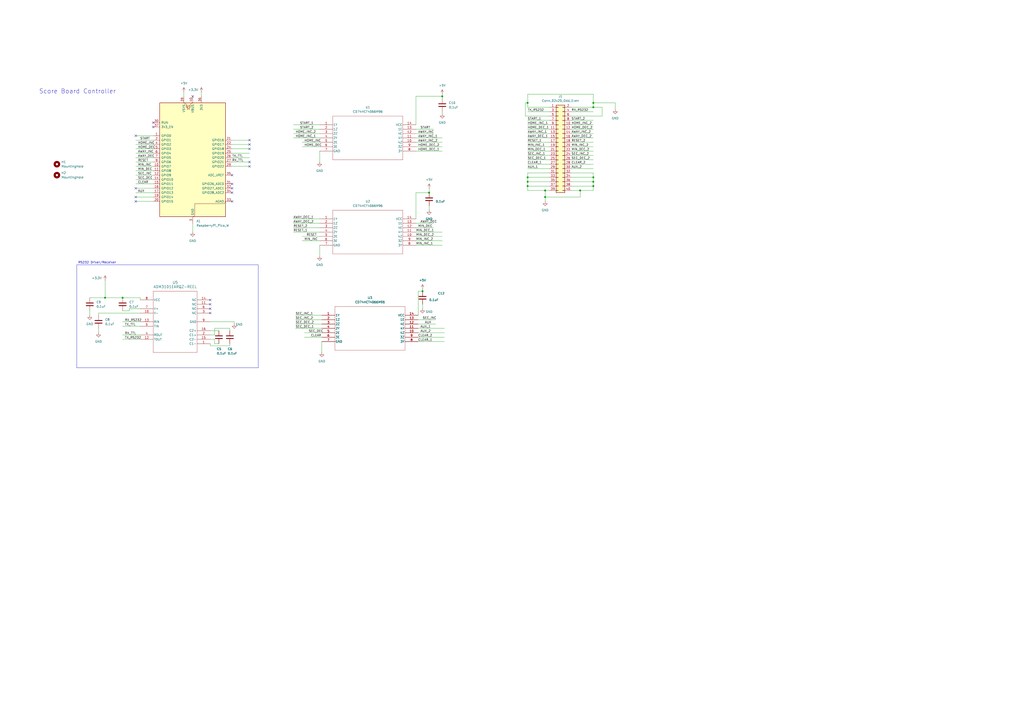
<source format=kicad_sch>
(kicad_sch (version 20250114) (generator "eeschema") (generator_version "9.0")
  (paper "A2")
  (lib_symbols
    (symbol "ADM3101EARQZ:ADM3101EARQZ-REEL" (pin_names (offset 0.254))
      (property "Reference" "U" (at 20.32 10.16 0))
      (property "Value" "ADM3101EARQZ-REEL" (at 20.32 7.62 0))
      (symbol "ADM3101EARQZ-REEL_0_1"
        (polyline (pts (xy 7.62 5.08) (xy 7.62 -30.48)) (stroke (width 0.127)))
        (polyline (pts (xy 7.62 -30.48) (xy 33.02 -30.48)) (stroke (width 0.127)))
        (polyline (pts (xy 33.02 5.08) (xy 7.62 5.08)) (stroke (width 0.127)))
        (polyline (pts (xy 33.02 -30.48) (xy 33.02 5.08)) (stroke (width 0.127)))
        (pin unspecified line (at 0 0 0) (length 7.62) (name "VCC") (number "8"))
        (pin unspecified line (at 0 -5.08 0) (length 7.62) (name "V+") (number "7"))
        (pin unspecified line (at 0 -7.62 0) (length 7.62) (name "V-") (number "10"))
        (pin unspecified line (at 0 -12.7 0) (length 7.62) (name "RIN") (number "13"))
        (pin unspecified line (at 0 -15.24 0) (length 7.62) (name "TIN") (number "5"))
        (pin unspecified line (at 0 -20.32 0) (length 7.62) (name "ROUT") (number "4"))
        (pin unspecified line (at 0 -22.86 0) (length 7.62) (name "TOUT") (number "12"))
        (pin unspecified line (at 40.64 0 180) (length 7.62) (name "NC") (number "14"))
        (pin unspecified line (at 40.64 -2.54 180) (length 7.62) (name "NC") (number "11"))
        (pin unspecified line (at 40.64 -5.08 180) (length 7.62) (name "NC") (number "6"))
        (pin unspecified line (at 40.64 -7.62 180) (length 7.62) (name "NC") (number "3"))
        (pin unspecified line (at 40.64 -12.7 180) (length 7.62) (name "GND") (number "9"))
        (pin unspecified line (at 40.64 -17.78 180) (length 7.62) (name "C2+") (number "16"))
        (pin unspecified line (at 40.64 -20.32 180) (length 7.62) (name "C1+") (number "2"))
        (pin unspecified line (at 40.64 -22.86 180) (length 7.62) (name "C2-") (number "15"))
        (pin unspecified line (at 40.64 -25.4 180) (length 7.62) (name "C1-") (number "1"))
      )
    )
    (symbol "CD74HCT4066M96:CD74HCT4066M96" (pin_names (offset 0.254))
      (property "Reference" "U" (at 27.94 10.16 0))
      (property "Value" "CD74HCT4066M96" (at 27.94 7.62 0))
      (symbol "CD74HCT4066M96_0_1"
        (polyline (pts (xy 7.62 5.08) (xy 7.62 -20.32)) (stroke (width 0.127)))
        (polyline (pts (xy 7.62 -20.32) (xy 48.26 -20.32)) (stroke (width 0.127)))
        (polyline (pts (xy 48.26 5.08) (xy 7.62 5.08)) (stroke (width 0.127)))
        (polyline (pts (xy 48.26 -20.32) (xy 48.26 5.08)) (stroke (width 0.127)))
        (pin output line (at 0 0 0) (length 7.62) (name "1Y") (number "1"))
        (pin output line (at 0 -2.54 0) (length 7.62) (name "1Z") (number "2"))
        (pin output line (at 0 -5.08 0) (length 7.62) (name "2Z") (number "3"))
        (pin output line (at 0 -7.62 0) (length 7.62) (name "2Y") (number "4"))
        (pin input line (at 0 -10.16 0) (length 7.62) (name "2E") (number "5"))
        (pin input line (at 0 -12.7 0) (length 7.62) (name "3E") (number "6"))
        (pin power_in line (at 0 -15.24 0) (length 7.62) (name "GND") (number "7"))
        (pin power_in line (at 55.88 0 180) (length 7.62) (name "VCC") (number "14"))
        (pin input line (at 55.88 -2.54 180) (length 7.62) (name "1E") (number "13"))
        (pin input line (at 55.88 -5.08 180) (length 7.62) (name "4E") (number "12"))
        (pin output line (at 55.88 -7.62 180) (length 7.62) (name "4Y") (number "11"))
        (pin output line (at 55.88 -10.16 180) (length 7.62) (name "4Z") (number "10"))
        (pin output line (at 55.88 -12.7 180) (length 7.62) (name "3Z") (number "9"))
        (pin output line (at 55.88 -15.24 180) (length 7.62) (name "3Y") (number "8"))
      )
    )
    (symbol "Connector_Generic:Conn_02x20_Odd_Even" (pin_names (offset 1.016) (hide yes))
      (property "Reference" "J" (at 1.27 25.4 0))
      (property "Value" "Conn_02x20_Odd_Even" (at 1.27 -27.94 0))
      (symbol "Conn_02x20_Odd_Even_1_1"
        (rectangle (start -1.27 24.13) (end 3.81 -26.67) (stroke (width 0.254)) (fill (type background)))
        (rectangle (start -1.27 22.987) (end 0 22.733) (stroke (width 0.1524)))
        (rectangle (start -1.27 20.447) (end 0 20.193) (stroke (width 0.1524)))
        (rectangle (start -1.27 17.907) (end 0 17.653) (stroke (width 0.1524)))
        (rectangle (start -1.27 15.367) (end 0 15.113) (stroke (width 0.1524)))
        (rectangle (start -1.27 12.827) (end 0 12.573) (stroke (width 0.1524)))
        (rectangle (start -1.27 10.287) (end 0 10.033) (stroke (width 0.1524)))
        (rectangle (start -1.27 7.747) (end 0 7.493) (stroke (width 0.1524)))
        (rectangle (start -1.27 5.207) (end 0 4.953) (stroke (width 0.1524)))
        (rectangle (start -1.27 2.667) (end 0 2.413) (stroke (width 0.1524)))
        (rectangle (start -1.27 0.127) (end 0 -0.127) (stroke (width 0.1524)))
        (rectangle (start -1.27 -2.413) (end 0 -2.667) (stroke (width 0.1524)))
        (rectangle (start -1.27 -4.953) (end 0 -5.207) (stroke (width 0.1524)))
        (rectangle (start -1.27 -7.493) (end 0 -7.747) (stroke (width 0.1524)))
        (rectangle (start -1.27 -10.033) (end 0 -10.287) (stroke (width 0.1524)))
        (rectangle (start -1.27 -12.573) (end 0 -12.827) (stroke (width 0.1524)))
        (rectangle (start -1.27 -15.113) (end 0 -15.367) (stroke (width 0.1524)))
        (rectangle (start -1.27 -17.653) (end 0 -17.907) (stroke (width 0.1524)))
        (rectangle (start -1.27 -20.193) (end 0 -20.447) (stroke (width 0.1524)))
        (rectangle (start -1.27 -22.733) (end 0 -22.987) (stroke (width 0.1524)))
        (rectangle (start -1.27 -25.273) (end 0 -25.527) (stroke (width 0.1524)))
        (rectangle (start 3.81 22.987) (end 2.54 22.733) (stroke (width 0.1524)))
        (rectangle (start 3.81 20.447) (end 2.54 20.193) (stroke (width 0.1524)))
        (rectangle (start 3.81 17.907) (end 2.54 17.653) (stroke (width 0.1524)))
        (rectangle (start 3.81 15.367) (end 2.54 15.113) (stroke (width 0.1524)))
        (rectangle (start 3.81 12.827) (end 2.54 12.573) (stroke (width 0.1524)))
        (rectangle (start 3.81 10.287) (end 2.54 10.033) (stroke (width 0.1524)))
        (rectangle (start 3.81 7.747) (end 2.54 7.493) (stroke (width 0.1524)))
        (rectangle (start 3.81 5.207) (end 2.54 4.953) (stroke (width 0.1524)))
        (rectangle (start 3.81 2.667) (end 2.54 2.413) (stroke (width 0.1524)))
        (rectangle (start 3.81 0.127) (end 2.54 -0.127) (stroke (width 0.1524)))
        (rectangle (start 3.81 -2.413) (end 2.54 -2.667) (stroke (width 0.1524)))
        (rectangle (start 3.81 -4.953) (end 2.54 -5.207) (stroke (width 0.1524)))
        (rectangle (start 3.81 -7.493) (end 2.54 -7.747) (stroke (width 0.1524)))
        (rectangle (start 3.81 -10.033) (end 2.54 -10.287) (stroke (width 0.1524)))
        (rectangle (start 3.81 -12.573) (end 2.54 -12.827) (stroke (width 0.1524)))
        (rectangle (start 3.81 -15.113) (end 2.54 -15.367) (stroke (width 0.1524)))
        (rectangle (start 3.81 -17.653) (end 2.54 -17.907) (stroke (width 0.1524)))
        (rectangle (start 3.81 -20.193) (end 2.54 -20.447) (stroke (width 0.1524)))
        (rectangle (start 3.81 -22.733) (end 2.54 -22.987) (stroke (width 0.1524)))
        (rectangle (start 3.81 -25.273) (end 2.54 -25.527) (stroke (width 0.1524)))
        (pin passive line (at -5.08 22.86 0) (length 3.81) (name "Pin_1") (number "1"))
        (pin passive line (at -5.08 20.32 0) (length 3.81) (name "Pin_3") (number "3"))
        (pin passive line (at -5.08 17.78 0) (length 3.81) (name "Pin_5") (number "5"))
        (pin passive line (at -5.08 15.24 0) (length 3.81) (name "Pin_7") (number "7"))
        (pin passive line (at -5.08 12.7 0) (length 3.81) (name "Pin_9") (number "9"))
        (pin passive line (at -5.08 10.16 0) (length 3.81) (name "Pin_11") (number "11"))
        (pin passive line (at -5.08 7.62 0) (length 3.81) (name "Pin_13") (number "13"))
        (pin passive line (at -5.08 5.08 0) (length 3.81) (name "Pin_15") (number "15"))
        (pin passive line (at -5.08 2.54 0) (length 3.81) (name "Pin_17") (number "17"))
        (pin passive line (at -5.08 0 0) (length 3.81) (name "Pin_19") (number "19"))
        (pin passive line (at -5.08 -2.54 0) (length 3.81) (name "Pin_21") (number "21"))
        (pin passive line (at -5.08 -5.08 0) (length 3.81) (name "Pin_23") (number "23"))
        (pin passive line (at -5.08 -7.62 0) (length 3.81) (name "Pin_25") (number "25"))
        (pin passive line (at -5.08 -10.16 0) (length 3.81) (name "Pin_27") (number "27"))
        (pin passive line (at -5.08 -12.7 0) (length 3.81) (name "Pin_29") (number "29"))
        (pin passive line (at -5.08 -15.24 0) (length 3.81) (name "Pin_31") (number "31"))
        (pin passive line (at -5.08 -17.78 0) (length 3.81) (name "Pin_33") (number "33"))
        (pin passive line (at -5.08 -20.32 0) (length 3.81) (name "Pin_35") (number "35"))
        (pin passive line (at -5.08 -22.86 0) (length 3.81) (name "Pin_37") (number "37"))
        (pin passive line (at -5.08 -25.4 0) (length 3.81) (name "Pin_39") (number "39"))
        (pin passive line (at 7.62 22.86 180) (length 3.81) (name "Pin_2") (number "2"))
        (pin passive line (at 7.62 20.32 180) (length 3.81) (name "Pin_4") (number "4"))
        (pin passive line (at 7.62 17.78 180) (length 3.81) (name "Pin_6") (number "6"))
        (pin passive line (at 7.62 15.24 180) (length 3.81) (name "Pin_8") (number "8"))
        (pin passive line (at 7.62 12.7 180) (length 3.81) (name "Pin_10") (number "10"))
        (pin passive line (at 7.62 10.16 180) (length 3.81) (name "Pin_12") (number "12"))
        (pin passive line (at 7.62 7.62 180) (length 3.81) (name "Pin_14") (number "14"))
        (pin passive line (at 7.62 5.08 180) (length 3.81) (name "Pin_16") (number "16"))
        (pin passive line (at 7.62 2.54 180) (length 3.81) (name "Pin_18") (number "18"))
        (pin passive line (at 7.62 0 180) (length 3.81) (name "Pin_20") (number "20"))
        (pin passive line (at 7.62 -2.54 180) (length 3.81) (name "Pin_22") (number "22"))
        (pin passive line (at 7.62 -5.08 180) (length 3.81) (name "Pin_24") (number "24"))
        (pin passive line (at 7.62 -7.62 180) (length 3.81) (name "Pin_26") (number "26"))
        (pin passive line (at 7.62 -10.16 180) (length 3.81) (name "Pin_28") (number "28"))
        (pin passive line (at 7.62 -12.7 180) (length 3.81) (name "Pin_30") (number "30"))
        (pin passive line (at 7.62 -15.24 180) (length 3.81) (name "Pin_32") (number "32"))
        (pin passive line (at 7.62 -17.78 180) (length 3.81) (name "Pin_34") (number "34"))
        (pin passive line (at 7.62 -20.32 180) (length 3.81) (name "Pin_36") (number "36"))
        (pin passive line (at 7.62 -22.86 180) (length 3.81) (name "Pin_38") (number "38"))
        (pin passive line (at 7.62 -25.4 180) (length 3.81) (name "Pin_40") (number "40"))
      )
    )
    (symbol "Device:C" (pin_numbers (hide yes)) (pin_names (offset 0.254))
      (property "Reference" "C" (at 0.635 2.54 0))
      (property "Value" "C" (at 0.635 -2.54 0))
      (symbol "C_0_1"
        (polyline (pts (xy -2.032 0.762) (xy 2.032 0.762)) (stroke (width 0.508)))
        (polyline (pts (xy -2.032 -0.762) (xy 2.032 -0.762)) (stroke (width 0.508)))
      )
      (symbol "C_1_1"
        (pin passive line (at 0 3.81 270) (length 2.794) (name "~") (number "1"))
        (pin passive line (at 0 -3.81 90) (length 2.794) (name "~") (number "2"))
      )
    )
    (symbol "MCU_Module:RaspberryPi_Pico_W" (pin_names (offset 0.762))
      (property "Reference" "A" (at -19.05 35.56 0))
      (property "Value" "RaspberryPi_Pico_W" (at 7.62 35.56 0))
      (symbol "RaspberryPi_Pico_W_0_1"
        (rectangle (start -19.05 34.29) (end 19.05 -31.75) (stroke (width 0.254)) (fill (type background)))
        (polyline (pts (xy -5.08 34.29) (xy -3.81 33.655) (xy -3.81 31.75) (xy -3.175 31.75)))
        (polyline (pts (xy -3.429 32.766) (xy -3.429 33.02) (xy -3.175 33.02) (xy -3.175 30.48) (xy -2.921 30.48) (xy -2.921 30.734)))
        (polyline (pts (xy -3.175 31.75) (xy -1.905 33.02) (xy -1.905 30.48) (xy -3.175 31.75)))
        (polyline (pts (xy 0 34.29) (xy -1.27 33.655) (xy -1.27 31.75) (xy -1.905 31.75)))
        (polyline (pts (xy 0 -31.75) (xy 1.27 -31.115) (xy 1.27 -24.13) (xy 18.415 -24.13) (xy 19.05 -22.86)))
      )
      (symbol "RaspberryPi_Pico_W_1_1"
        (pin passive line (at -22.86 22.86 0) (length 3.81) (name "RUN") (number "30"))
        (pin passive line (at -22.86 20.32 0) (length 3.81) (name "3V3_EN") (number "37"))
        (pin bidirectional line (at -22.86 15.24 0) (length 3.81) (name "GPIO0") (number "1"))
        (pin bidirectional line (at -22.86 12.7 0) (length 3.81) (name "GPIO1") (number "2"))
        (pin bidirectional line (at -22.86 10.16 0) (length 3.81) (name "GPIO2") (number "4"))
        (pin bidirectional line (at -22.86 7.62 0) (length 3.81) (name "GPIO3") (number "5"))
        (pin bidirectional line (at -22.86 5.08 0) (length 3.81) (name "GPIO4") (number "6"))
        (pin bidirectional line (at -22.86 2.54 0) (length 3.81) (name "GPIO5") (number "7"))
        (pin bidirectional line (at -22.86 0 0) (length 3.81) (name "GPIO6") (number "9"))
        (pin bidirectional line (at -22.86 -2.54 0) (length 3.81) (name "GPIO7") (number "10"))
        (pin bidirectional line (at -22.86 -5.08 0) (length 3.81) (name "GPIO8") (number "11"))
        (pin bidirectional line (at -22.86 -7.62 0) (length 3.81) (name "GPIO9") (number "12"))
        (pin bidirectional line (at -22.86 -10.16 0) (length 3.81) (name "GPIO10") (number "14"))
        (pin bidirectional line (at -22.86 -12.7 0) (length 3.81) (name "GPIO11") (number "15"))
        (pin bidirectional line (at -22.86 -15.24 0) (length 3.81) (name "GPIO12") (number "16"))
        (pin bidirectional line (at -22.86 -17.78 0) (length 3.81) (name "GPIO13") (number "17"))
        (pin bidirectional line (at -22.86 -20.32 0) (length 3.81) (name "GPIO14") (number "19"))
        (pin bidirectional line (at -22.86 -22.86 0) (length 3.81) (name "GPIO15") (number "20"))
        (pin power_in line (at -5.08 38.1 270) (length 3.81) (name "VSYS") (number "39"))
        (pin power_out line (at 0 38.1 270) (length 3.81) (name "VBUS") (number "40"))
        (pin passive line (at 0 -35.56 90) (length 3.81) (hide yes) (name "GND") (number "13"))
        (pin passive line (at 0 -35.56 90) (length 3.81) (hide yes) (name "GND") (number "18"))
        (pin passive line (at 0 -35.56 90) (length 3.81) (hide yes) (name "GND") (number "23"))
        (pin passive line (at 0 -35.56 90) (length 3.81) (hide yes) (name "GND") (number "28"))
        (pin power_out line (at 0 -35.56 90) (length 3.81) (name "GND") (number "3"))
        (pin passive line (at 0 -35.56 90) (length 3.81) (hide yes) (name "GND") (number "38"))
        (pin passive line (at 0 -35.56 90) (length 3.81) (hide yes) (name "GND") (number "8"))
        (pin power_out line (at 5.08 38.1 270) (length 3.81) (name "3V3") (number "36"))
        (pin bidirectional line (at 22.86 12.7 180) (length 3.81) (name "GPIO16") (number "21"))
        (pin bidirectional line (at 22.86 10.16 180) (length 3.81) (name "GPIO17") (number "22"))
        (pin bidirectional line (at 22.86 7.62 180) (length 3.81) (name "GPIO18") (number "24"))
        (pin bidirectional line (at 22.86 5.08 180) (length 3.81) (name "GPIO19") (number "25"))
        (pin bidirectional line (at 22.86 2.54 180) (length 3.81) (name "GPIO20") (number "26"))
        (pin bidirectional line (at 22.86 0 180) (length 3.81) (name "GPIO21") (number "27"))
        (pin bidirectional line (at 22.86 -2.54 180) (length 3.81) (name "GPIO22") (number "29"))
        (pin power_in line (at 22.86 -7.62 180) (length 3.81) (name "ADC_VREF") (number "35"))
        (pin bidirectional line (at 22.86 -12.7 180) (length 3.81) (name "GPIO26_ADC0") (number "31"))
        (pin bidirectional line (at 22.86 -15.24 180) (length 3.81) (name "GPIO27_ADC1") (number "32"))
        (pin bidirectional line (at 22.86 -17.78 180) (length 3.81) (name "GPIO28_ADC2") (number "34"))
        (pin power_out line (at 22.86 -22.86 180) (length 3.81) (name "AGND") (number "33"))
      )
    )
    (symbol "Mechanical:MountingHole" (pin_names (offset 1.016)) (in_bom no)
      (property "Reference" "H" (at 0 5.08 0))
      (property "Value" "MountingHole" (at 0 3.175 0))
      (symbol "MountingHole_0_1"
        (circle (center 0 0) (radius 1.27) (stroke (width 1.27)))
      )
    )
    (symbol "power:+3.3V" (power) (pin_numbers (hide yes)) (pin_names (offset 0) (hide yes))
      (property "Value" "+3.3V" (at 0 3.556 0))
      (symbol "+3.3V_0_1"
        (polyline (pts (xy -0.762 1.27) (xy 0 2.54)))
        (polyline (pts (xy 0 2.54) (xy 0.762 1.27)))
        (polyline (pts (xy 0 0) (xy 0 2.54)))
      )
      (symbol "+3.3V_1_1"
        (pin power_in line (at 0 0 90) (length 0) (name "~") (number "1"))
      )
    )
    (symbol "power:+5V" (power) (pin_numbers (hide yes)) (pin_names (offset 0) (hide yes))
      (property "Value" "+5V" (at 0 3.556 0))
      (symbol "+5V_0_1"
        (polyline (pts (xy -0.762 1.27) (xy 0 2.54)))
        (polyline (pts (xy 0 2.54) (xy 0.762 1.27)))
        (polyline (pts (xy 0 0) (xy 0 2.54)))
      )
      (symbol "+5V_1_1"
        (pin power_in line (at 0 0 90) (length 0) (name "~") (number "1"))
      )
    )
    (symbol "power:GND" (power) (pin_numbers (hide yes)) (pin_names (offset 0) (hide yes))
      (property "Value" "GND" (at 0 -3.81 0))
      (symbol "GND_0_1"
        (polyline (pts (xy 0 0) (xy 0 -1.27) (xy 1.27 -1.27) (xy 0 -2.54) (xy -1.27 -1.27) (xy 0 -1.27)))
      )
      (symbol "GND_1_1"
        (pin power_in line (at 0 0 270) (length 0) (name "~") (number "1"))
      )
    )
  )
  (rectangle (start 44.45 153.67) (end 149.86 213.36))
  (text "RS232 Driver/Receiver" (at 56.388 152.4 0) (effects (font (size 1.27 1.27))))
  (text "Score Board Controller" (at 44.958 53.086 0) (effects (font (size 2.54 2.54))))
  (junction (at 344.17 59.69))
  (junction (at 344.17 105.41))
  (junction (at 245.11 168.91))
  (junction (at 306.07 102.87))
  (junction (at 71.12 172.72))
  (junction (at 316.23 114.3))
  (junction (at 306.07 59.69))
  (junction (at 256.54 55.88))
  (junction (at 316.23 110.49))
  (junction (at 344.17 107.95))
  (junction (at 336.55 110.49))
  (junction (at 60.96 172.72))
  (junction (at 306.07 105.41))
  (junction (at 248.92 111.76))
  (junction (at 344.17 62.23))
  (junction (at 306.07 107.95))
  (junction (at 344.17 102.87))
  (no_connect (at 78.74 114.3))
  (no_connect (at 78.74 109.22))
  (no_connect (at 144.78 81.28))
  (no_connect (at 121.92 181.61))
  (no_connect (at 134.62 109.22))
  (no_connect (at 144.78 96.52))
  (no_connect (at 88.9 73.66))
  (no_connect (at 134.62 106.68))
  (no_connect (at 88.9 71.12))
  (no_connect (at 134.62 101.6))
  (no_connect (at 78.74 116.84))
  (no_connect (at 121.92 173.99))
  (no_connect (at 144.78 93.98))
  (no_connect (at 144.78 83.82))
  (no_connect (at 78.74 78.74))
  (no_connect (at 121.92 179.07))
  (no_connect (at 134.62 116.84))
  (no_connect (at 144.78 86.36))
  (no_connect (at 111.76 55.88))
  (no_connect (at 121.92 176.53))
  (no_connect (at 134.62 111.76))
  (wire (pts (xy 306.07 102.87) (xy 318.77 102.87)))
  (wire (pts (xy 78.74 101.6) (xy 88.9 101.6)))
  (wire (pts (xy 331.47 110.49) (xy 336.55 110.49)))
  (wire (pts (xy 306.07 100.33) (xy 306.07 102.87)))
  (wire (pts (xy 78.74 104.14) (xy 88.9 104.14)))
  (wire (pts (xy 331.47 74.93) (xy 344.17 74.93)))
  (wire (pts (xy 241.3 142.24) (xy 256.54 142.24)))
  (wire (pts (xy 52.07 180.34) (xy 52.07 182.88)))
  (wire (pts (xy 78.74 86.36) (xy 88.9 86.36)))
  (wire (pts (xy 81.28 181.61) (xy 57.15 181.61)))
  (wire (pts (xy 124.46 196.85) (xy 124.46 199.39)))
  (wire (pts (xy 78.74 83.82) (xy 88.9 83.82)))
  (wire (pts (xy 306.07 80.01) (xy 318.77 80.01)))
  (wire (pts (xy 306.07 87.63) (xy 318.77 87.63)))
  (wire (pts (xy 81.28 179.07) (xy 74.93 179.07)))
  (wire (pts (xy 185.42 87.63) (xy 185.42 93.98)))
  (wire (pts (xy 331.47 77.47) (xy 344.17 77.47)))
  (wire (pts (xy 171.45 185.42) (xy 186.69 185.42)))
  (wire (pts (xy 78.74 109.22) (xy 88.9 109.22)))
  (wire (pts (xy 241.3 132.08) (xy 251.46 132.08)))
  (wire (pts (xy 121.92 200.66) (xy 133.35 200.66)))
  (wire (pts (xy 306.07 102.87) (xy 306.07 105.41)))
  (wire (pts (xy 134.62 83.82) (xy 144.78 83.82)))
  (wire (pts (xy 248.92 109.22) (xy 248.92 111.76)))
  (wire (pts (xy 331.47 64.77) (xy 344.17 64.77)))
  (wire (pts (xy 344.17 54.61) (xy 344.17 59.69)))
  (wire (pts (xy 176.53 195.58) (xy 186.69 195.58)))
  (wire (pts (xy 170.18 74.93) (xy 185.42 74.93)))
  (wire (pts (xy 306.07 105.41) (xy 318.77 105.41)))
  (wire (pts (xy 116.84 53.34) (xy 116.84 55.88)))
  (wire (pts (xy 133.35 191.77) (xy 133.35 190.5)))
  (wire (pts (xy 170.18 127) (xy 185.42 127)))
  (wire (pts (xy 171.45 182.88) (xy 186.69 182.88)))
  (wire (pts (xy 331.47 107.95) (xy 344.17 107.95)))
  (wire (pts (xy 78.74 78.74) (xy 88.9 78.74)))
  (wire (pts (xy 306.07 107.95) (xy 306.07 110.49)))
  (wire (pts (xy 331.47 97.79) (xy 344.17 97.79)))
  (wire (pts (xy 304.8 59.69) (xy 306.07 59.69)))
  (wire (pts (xy 74.93 179.07) (xy 74.93 180.34)))
  (wire (pts (xy 175.26 82.55) (xy 185.42 82.55)))
  (wire (pts (xy 60.96 172.72) (xy 71.12 172.72)))
  (wire (pts (xy 242.57 190.5) (xy 257.81 190.5)))
  (wire (pts (xy 344.17 107.95) (xy 344.17 110.49)))
  (wire (pts (xy 170.18 72.39) (xy 185.42 72.39)))
  (wire (pts (xy 248.92 119.38) (xy 248.92 121.92)))
  (wire (pts (xy 344.17 59.69) (xy 344.17 62.23)))
  (wire (pts (xy 241.3 111.76) (xy 248.92 111.76)))
  (wire (pts (xy 186.69 198.12) (xy 186.69 204.47)))
  (wire (pts (xy 306.07 77.47) (xy 318.77 77.47)))
  (wire (pts (xy 57.15 190.5) (xy 57.15 193.04)))
  (wire (pts (xy 175.26 85.09) (xy 185.42 85.09)))
  (wire (pts (xy 331.47 92.71) (xy 344.17 92.71)))
  (wire (pts (xy 306.07 59.69) (xy 306.07 54.61)))
  (wire (pts (xy 306.07 100.33) (xy 318.77 100.33)))
  (wire (pts (xy 241.3 85.09) (xy 256.54 85.09)))
  (wire (pts (xy 106.68 53.34) (xy 106.68 55.88)))
  (wire (pts (xy 241.3 80.01) (xy 256.54 80.01)))
  (wire (pts (xy 356.87 63.5) (xy 356.87 59.69)))
  (wire (pts (xy 316.23 110.49) (xy 316.23 114.3)))
  (wire (pts (xy 71.12 186.69) (xy 81.28 186.69)))
  (wire (pts (xy 331.47 105.41) (xy 344.17 105.41)))
  (wire (pts (xy 121.92 196.85) (xy 124.46 196.85)))
  (wire (pts (xy 241.3 82.55) (xy 256.54 82.55)))
  (wire (pts (xy 71.12 194.31) (xy 81.28 194.31)))
  (wire (pts (xy 78.74 88.9) (xy 88.9 88.9)))
  (wire (pts (xy 245.11 167.64) (xy 245.11 168.91)))
  (wire (pts (xy 242.57 195.58) (xy 257.81 195.58)))
  (wire (pts (xy 316.23 110.49) (xy 318.77 110.49)))
  (wire (pts (xy 331.47 62.23) (xy 344.17 62.23)))
  (wire (pts (xy 60.96 162.56) (xy 60.96 172.72)))
  (wire (pts (xy 242.57 182.88) (xy 242.57 168.91)))
  (wire (pts (xy 349.25 62.23) (xy 344.17 62.23)))
  (wire (pts (xy 336.55 110.49) (xy 344.17 110.49)))
  (wire (pts (xy 316.23 114.3) (xy 316.23 116.84)))
  (wire (pts (xy 74.93 180.34) (xy 71.12 180.34)))
  (wire (pts (xy 78.74 81.28) (xy 88.9 81.28)))
  (wire (pts (xy 78.74 96.52) (xy 88.9 96.52)))
  (wire (pts (xy 124.46 199.39) (xy 127 199.39)))
  (wire (pts (xy 134.62 96.52) (xy 144.78 96.52)))
  (wire (pts (xy 331.47 100.33) (xy 344.17 100.33)))
  (wire (pts (xy 78.74 99.06) (xy 88.9 99.06)))
  (wire (pts (xy 331.47 72.39) (xy 344.17 72.39)))
  (wire (pts (xy 133.35 200.66) (xy 133.35 199.39)))
  (wire (pts (xy 331.47 80.01) (xy 344.17 80.01)))
  (wire (pts (xy 242.57 187.96) (xy 252.73 187.96)))
  (wire (pts (xy 111.76 129.54) (xy 111.76 134.62)))
  (wire (pts (xy 241.3 139.7) (xy 256.54 139.7)))
  (wire (pts (xy 78.74 116.84) (xy 88.9 116.84)))
  (wire (pts (xy 121.92 191.77) (xy 127 191.77)))
  (wire (pts (xy 306.07 107.95) (xy 318.77 107.95)))
  (wire (pts (xy 176.53 193.04) (xy 186.69 193.04)))
  (wire (pts (xy 71.12 196.85) (xy 81.28 196.85)))
  (wire (pts (xy 344.17 59.69) (xy 356.87 59.69)))
  (wire (pts (xy 306.07 62.23) (xy 306.07 59.69)))
  (wire (pts (xy 175.26 139.7) (xy 185.42 139.7)))
  (wire (pts (xy 170.18 134.62) (xy 185.42 134.62)))
  (wire (pts (xy 134.62 91.44) (xy 144.78 91.44)))
  (wire (pts (xy 242.57 185.42) (xy 252.73 185.42)))
  (wire (pts (xy 306.07 95.25) (xy 318.77 95.25)))
  (wire (pts (xy 306.07 54.61) (xy 344.17 54.61)))
  (wire (pts (xy 306.07 82.55) (xy 318.77 82.55)))
  (wire (pts (xy 78.74 114.3) (xy 88.9 114.3)))
  (wire (pts (xy 171.45 187.96) (xy 186.69 187.96)))
  (wire (pts (xy 124.46 194.31) (xy 121.92 194.31)))
  (wire (pts (xy 241.3 134.62) (xy 256.54 134.62)))
  (wire (pts (xy 256.54 55.88) (xy 256.54 57.15)))
  (wire (pts (xy 52.07 172.72) (xy 60.96 172.72)))
  (wire (pts (xy 241.3 87.63) (xy 256.54 87.63)))
  (wire (pts (xy 124.46 190.5) (xy 124.46 194.31)))
  (wire (pts (xy 306.07 97.79) (xy 318.77 97.79)))
  (wire (pts (xy 306.07 90.17) (xy 318.77 90.17)))
  (wire (pts (xy 256.54 54.61) (xy 256.54 55.88)))
  (wire (pts (xy 306.07 72.39) (xy 318.77 72.39)))
  (wire (pts (xy 134.62 88.9) (xy 144.78 88.9)))
  (wire (pts (xy 349.25 67.31) (xy 349.25 62.23)))
  (wire (pts (xy 241.3 74.93) (xy 251.46 74.93)))
  (wire (pts (xy 241.3 72.39) (xy 241.3 55.88)))
  (wire (pts (xy 245.11 176.53) (xy 245.11 179.07)))
  (wire (pts (xy 316.23 114.3) (xy 336.55 114.3)))
  (wire (pts (xy 331.47 102.87) (xy 344.17 102.87)))
  (wire (pts (xy 71.12 172.72) (xy 81.28 172.72)))
  (wire (pts (xy 306.07 62.23) (xy 318.77 62.23)))
  (wire (pts (xy 331.47 90.17) (xy 344.17 90.17)))
  (wire (pts (xy 306.07 110.49) (xy 316.23 110.49)))
  (wire (pts (xy 57.15 181.61) (xy 57.15 182.88)))
  (wire (pts (xy 171.45 190.5) (xy 186.69 190.5)))
  (wire (pts (xy 306.07 85.09) (xy 318.77 85.09)))
  (wire (pts (xy 241.3 129.54) (xy 251.46 129.54)))
  (wire (pts (xy 78.74 93.98) (xy 88.9 93.98)))
  (wire (pts (xy 71.12 189.23) (xy 81.28 189.23)))
  (wire (pts (xy 306.07 74.93) (xy 318.77 74.93)))
  (wire (pts (xy 306.07 105.41) (xy 306.07 107.95)))
  (wire (pts (xy 344.17 105.41) (xy 344.17 107.95)))
  (wire (pts (xy 241.3 55.88) (xy 256.54 55.88)))
  (wire (pts (xy 331.47 69.85) (xy 344.17 69.85)))
  (wire (pts (xy 331.47 82.55) (xy 344.17 82.55)))
  (wire (pts (xy 185.42 142.24) (xy 185.42 148.59)))
  (wire (pts (xy 134.62 93.98) (xy 144.78 93.98)))
  (wire (pts (xy 304.8 67.31) (xy 318.77 67.31)))
  (wire (pts (xy 306.07 69.85) (xy 318.77 69.85)))
  (wire (pts (xy 241.3 77.47) (xy 251.46 77.47)))
  (wire (pts (xy 256.54 64.77) (xy 256.54 66.04)))
  (wire (pts (xy 170.18 132.08) (xy 185.42 132.08)))
  (wire (pts (xy 331.47 67.31) (xy 349.25 67.31)))
  (wire (pts (xy 121.92 199.39) (xy 121.92 200.66)))
  (wire (pts (xy 306.07 92.71) (xy 318.77 92.71)))
  (wire (pts (xy 170.18 80.01) (xy 185.42 80.01)))
  (wire (pts (xy 242.57 193.04) (xy 257.81 193.04)))
  (wire (pts (xy 242.57 168.91) (xy 245.11 168.91)))
  (wire (pts (xy 331.47 85.09) (xy 344.17 85.09)))
  (wire (pts (xy 241.3 137.16) (xy 256.54 137.16)))
  (wire (pts (xy 331.47 87.63) (xy 344.17 87.63)))
  (wire (pts (xy 134.62 81.28) (xy 144.78 81.28)))
  (wire (pts (xy 344.17 100.33) (xy 344.17 102.87)))
  (wire (pts (xy 78.74 106.68) (xy 88.9 106.68)))
  (wire (pts (xy 304.8 67.31) (xy 304.8 59.69)))
  (wire (pts (xy 135.89 187.96) (xy 135.89 186.69)))
  (wire (pts (xy 306.07 64.77) (xy 318.77 64.77)))
  (wire (pts (xy 336.55 114.3) (xy 336.55 110.49)))
  (wire (pts (xy 241.3 127) (xy 241.3 111.76)))
  (wire (pts (xy 78.74 91.44) (xy 88.9 91.44)))
  (wire (pts (xy 133.35 190.5) (xy 124.46 190.5)))
  (wire (pts (xy 81.28 172.72) (xy 81.28 173.99)))
  (wire (pts (xy 331.47 95.25) (xy 344.17 95.25)))
  (wire (pts (xy 135.89 186.69) (xy 121.92 186.69)))
  (wire (pts (xy 170.18 77.47) (xy 185.42 77.47)))
  (wire (pts (xy 344.17 102.87) (xy 344.17 105.41)))
  (wire (pts (xy 175.26 137.16) (xy 185.42 137.16)))
  (wire (pts (xy 134.62 86.36) (xy 144.78 86.36)))
  (wire (pts (xy 170.18 129.54) (xy 185.42 129.54)))
  (wire (pts (xy 242.57 198.12) (xy 257.81 198.12)))
  (wire (pts (xy 78.74 111.76) (xy 88.9 111.76)))
  (label "AWAY_DEC_1" (at 170.18 127 0))
  (label "AWAY_INC" (at 242.57 77.47 0))
  (label "MIN_DEC" (at 80.01 99.06 0))
  (label "MIN_DEC_1" (at 306.07 87.63 0))
  (label "HOME_DEC_1" (at 306.07 74.93 0))
  (label "HOME_INC_2" (at 171.45 77.47 0))
  (label "AWAY_DEC" (at 80.01 91.44 0))
  (label "CLEAR" (at 180.34 195.58 0))
  (label "CLEAR_2" (at 331.47 95.25 0))
  (label "RESET" (at 80.01 93.98 0))
  (label "AWAY_INC_2" (at 331.47 77.47 0))
  (label "AUX_1" (at 306.07 97.79 0))
  (label "START" (at 81.28 81.28 0))
  (label "TX_TTL" (at 134.62 91.44 0))
  (label "START_2" (at 331.47 69.85 0))
  (label "SEC_INC_2" (at 331.47 90.17 0))
  (label "MIN_INC_1" (at 306.07 85.09 0))
  (label "HOME_INC_2" (at 331.47 72.39 0))
  (label "HOME_DEC" (at 80.01 86.36 0))
  (label "SEC_INC" (at 80.01 101.6 0))
  (label "MIN_INC_2" (at 241.3 139.7 0))
  (label "RESET_2" (at 331.47 82.55 0))
  (label "SEC_DEC" (at 179.07 193.04 0))
  (label "AUX_2" (at 331.47 97.79 0))
  (label "HOME_INC_1" (at 306.07 72.39 0))
  (label "AWAY_INC_2" (at 242.57 82.55 0))
  (label "START_1" (at 173.99 72.39 0))
  (label "RX_TTL" (at 134.62 93.98 0))
  (label "MIN_DEC" (at 242.57 132.08 0))
  (label "SEC_DEC" (at 80.01 104.14 0))
  (label "AWAY_INC_1" (at 242.57 80.01 0))
  (label "MIN_INC_1" (at 241.3 142.24 0))
  (label "SEC_INC_1" (at 306.07 90.17 0))
  (label "SEC_INC" (at 245.11 185.42 0))
  (label "AUX" (at 246.38 187.96 0))
  (label "SEC_DEC_2" (at 331.47 92.71 0))
  (label "START_2" (at 173.99 74.93 0))
  (label "RESET_2" (at 170.18 132.08 0))
  (label "SEC_DEC_2" (at 171.45 187.96 0))
  (label "RX_RS232" (at 331.47 64.77 0))
  (label "RESET_1" (at 306.07 82.55 0))
  (label "MIN_DEC_1" (at 241.3 134.62 0))
  (label "RX_RS232" (at 72.39 186.69 0))
  (label "TX_RS232" (at 306.07 64.77 0))
  (label "HOME_DEC_2" (at 331.47 74.93 0))
  (label "AWAY_INC" (at 80.01 88.9 0))
  (label "AUX_1" (at 243.84 190.5 0))
  (label "HOME_DEC_2" (at 242.57 85.09 0))
  (label "AWAY_DEC_2" (at 331.47 80.01 0))
  (label "START" (at 243.84 74.93 0))
  (label "RX_TTL" (at 72.39 194.31 0))
  (label "MIN_DEC_2" (at 241.3 137.16 0))
  (label "RESET_1" (at 170.18 134.62 0))
  (label "HOME_DEC_1" (at 242.57 87.63 0))
  (label "AWAY_INC_1" (at 306.07 77.47 0))
  (label "CLEAR_1" (at 306.07 95.25 0))
  (label "SEC_INC_1" (at 171.45 182.88 0))
  (label "CLEAR" (at 80.01 106.68 0))
  (label "MIN_INC" (at 80.01 96.52 0))
  (label "MIN_DEC_2" (at 331.47 87.63 0))
  (label "START_1" (at 306.07 69.85 0))
  (label "SEC_DEC_1" (at 171.45 190.5 0))
  (label "SEC_INC_2" (at 171.45 185.42 0))
  (label "MIN_INC_2" (at 331.47 85.09 0))
  (label "CLEAR_2" (at 242.57 195.58 0))
  (label "AUX" (at 80.01 111.76 0))
  (label "RESET" (at 177.8 137.16 0))
  (label "MIN_INC" (at 176.53 139.7 0))
  (label "CLEAR_1" (at 242.57 198.12 0))
  (label "AWAY_DEC_1" (at 306.07 80.01 0))
  (label "AUX_2" (at 243.84 193.04 0))
  (label "SEC_DEC_1" (at 306.07 92.71 0))
  (label "AWAY_DEC" (at 243.84 129.54 0))
  (label "TX_TTL" (at 72.39 189.23 0))
  (label "HOME_INC" (at 80.01 83.82 0))
  (label "HOME_DEC" (at 176.53 85.09 0))
  (label "HOME_INC_1" (at 171.45 80.01 0))
  (label "AWAY_DEC_2" (at 170.18 129.54 0))
  (label "HOME_INC" (at 176.53 82.55 0))
  (label "TX_RS232" (at 72.39 196.85 0))
  (symbol (lib_id "power:GND") (at 256.54 66.04 0) (unit 1)
    (property "Reference" "#PWR029" (effects (hide yes)))
    (property "Value" "GND" (at 256.54 71.12 0))
    (property "Description" "Power symbol creates a global label with name \"GND\" , ground" (effects (hide yes)))
  )
  (symbol (lib_id "Device:C") (at 57.15 186.69 0) (unit 1)
    (property "Reference" "C8" (at 60.96 185.4199 0) (effects (justify left)))
    (property "Value" "0.1uF" (at 60.96 187.9599 0) (effects (justify left)))
    (property "Footprint" "Capacitor_SMD:C_0402_1005Metric_Pad0.74x0.62mm_HandSolder" (effects (hide yes)))
    (property "Datasheet" "https://search.murata.co.jp/Ceramy/image/img/A01X/G101/ENG/GCM155R71C104KA55-01.pdf" (effects (hide yes)))
    (property "Description" "Unpolarized capacitor" (effects (hide yes)))
  )
  (symbol (lib_id "power:+5V") (at 106.68 53.34 0) (unit 1)
    (property "Reference" "#PWR011" (effects (hide yes)))
    (property "Value" "+5V" (at 106.68 48.26 0))
    (property "Description" "Power symbol creates a global label with name \"+5V\"" (effects (hide yes)))
  )
  (symbol (lib_id "ADM3101EARQZ:ADM3101EARQZ-REEL") (at 81.28 173.99 0) (unit 1)
    (property "Reference" "U5" (at 101.6 163.83 0) (effects (font (size 1.524 1.524))))
    (property "Value" "ADM3101EARQZ-REEL" (at 101.6 166.37 0) (effects (font (size 1.524 1.524))))
    (property "Footprint" "ScoreBoardPcb:RQ_16_ADI" (effects (hide yes)))
    (property "Datasheet" "ADM3101EARQZ-REEL" (effects (hide yes)))
  )
  (symbol (lib_id "Mechanical:MountingHole") (at 33.02 101.6 0) (unit 1) (in_bom no)
    (property "Reference" "H2" (at 35.56 100.3299 0) (effects (justify left)))
    (property "Value" "MountingHole" (at 35.56 102.8699 0) (effects (justify left)))
    (property "Footprint" "MountingHole:MountingHole_3.2mm_M3" (effects (hide yes)))
    (property "Description" "Mounting Hole without connection" (effects (hide yes)))
  )
  (symbol (lib_id "power:GND") (at 316.23 116.84 0) (unit 1)
    (property "Reference" "#PWR05" (effects (hide yes)))
    (property "Value" "GND" (at 316.23 121.92 0))
    (property "Description" "Power symbol creates a global label with name \"GND\" , ground" (effects (hide yes)))
  )
  (symbol (lib_id "power:+3.3V") (at 60.96 162.56 0) (unit 1)
    (property "Reference" "#PWR025" (effects (hide yes)))
    (property "Value" "+3.3V" (at 56.134 161.29 0))
    (property "Description" "Power symbol creates a global label with name \"+3.3V\"" (effects (hide yes)))
  )
  (symbol (lib_id "power:GND") (at 185.42 148.59 0) (unit 1)
    (property "Reference" "#PWR03" (effects (hide yes)))
    (property "Value" "GND" (at 185.42 153.67 0))
    (property "Description" "Power symbol creates a global label with name \"GND\" , ground" (effects (hide yes)))
  )
  (symbol (lib_id "Connector_Generic:Conn_02x20_Odd_Even") (at 323.85 85.09 0) (unit 1)
    (property "Reference" "J1" (at 325.12 55.88 0))
    (property "Value" "Conn_02x20_Odd_Even" (at 325.12 58.42 0))
    (property "Footprint" "Connector_IDC:IDC-Header_2x20_P2.54mm_Vertical_SMD" (effects (hide yes)))
    (property "Description" "Generic connector, double row, 02x20, odd/even pin numbering scheme (row 1 odd numbers, row 2 even numbers), script generated (kicad-library-utils/schlib/autogen/connector/)" (effects (hide yes)))
  )
  (symbol (lib_id "Device:C") (at 71.12 176.53 0) (unit 1)
    (property "Reference" "C7" (at 74.93 175.2599 0) (effects (justify left)))
    (property "Value" "0.1uF" (at 74.93 177.7999 0) (effects (justify left)))
    (property "Footprint" "Capacitor_SMD:C_0402_1005Metric_Pad0.74x0.62mm_HandSolder" (effects (hide yes)))
    (property "Datasheet" "https://search.murata.co.jp/Ceramy/image/img/A01X/G101/ENG/GCM155R71C104KA55-01.pdf" (effects (hide yes)))
    (property "Description" "Unpolarized capacitor" (effects (hide yes)))
  )
  (symbol (lib_id "CD74HCT4066M96:CD74HCT4066M96") (at 185.42 72.39 0) (unit 1)
    (property "Reference" "U1" (at 213.36 62.23 0))
    (property "Value" "CD74HCT4066M96" (at 213.36 64.77 0))
    (property "Footprint" "ScoreBoardPcb:D14-M" (effects (hide yes)))
    (property "Datasheet" "CD74HCT4066M96" (effects (hide yes)))
    (property "PARTREV" "G" (effects (hide yes)))
    (property "STANDARD" "IPC-7351B" (effects (hide yes)))
    (property "MAXIMUM_PACKAGE_HEIGHT" "1.75mm" (effects (hide yes)))
    (property "MANUFACTURER" "Texas Instruments" (effects (hide yes)))
  )
  (symbol (lib_id "power:GND") (at 52.07 182.88 0) (unit 1)
    (property "Reference" "#PWR023" (effects (hide yes)))
    (property "Value" "GND" (at 52.07 187.96 0))
    (property "Description" "Power symbol creates a global label with name \"GND\" , ground" (effects (hide yes)))
  )
  (symbol (lib_id "Device:C") (at 248.92 115.57 0) (unit 1)
    (property "Reference" "C12" (at 254 170.1799 0) (effects (justify left)))
    (property "Value" "0.1uF" (at 252.73 116.8399 0) (effects (justify left)))
    (property "Footprint" "Capacitor_SMD:C_0402_1005Metric_Pad0.74x0.62mm_HandSolder" (effects (hide yes)))
    (property "Datasheet" "https://search.murata.co.jp/Ceramy/image/img/A01X/G101/ENG/GCM155R71C104KA55-01.pdf" (effects (hide yes)))
    (property "Description" "Unpolarized capacitor" (effects (hide yes)))
  )
  (symbol (lib_id "MCU_Module:RaspberryPi_Pico_W") (at 111.76 93.98 0) (unit 1)
    (property "Reference" "A1" (at 113.9033 128.27 0) (effects (justify left)))
    (property "Value" "RaspberryPi_Pico_W" (at 113.9033 130.81 0) (effects (justify left)))
    (property "Footprint" "Module:RaspberryPi_Pico_Common_THT" (effects (hide yes)))
    (property "Datasheet" "https://datasheets.raspberrypi.com/picow/pico-w-datasheet.pdf" (effects (hide yes)))
    (property "Description" "Versatile and inexpensive wireless microcontroller module powered by RP2040 dual-core Arm Cortex-M0+ processor up to 133 MHz, 264kB SRAM, 2MB QSPI flash, Infineon CYW43439 2.4GHz 802.11n wireless LAN; also supports Raspberry Pi Pico 2 W" (effects (hide yes)))
  )
  (symbol (lib_id "Device:C") (at 133.35 195.58 0) (unit 1)
    (property "Reference" "C6" (at 132.08 202.438 0) (effects (justify left)))
    (property "Value" "0.1uF" (at 132.08 204.978 0) (effects (justify left)))
    (property "Footprint" "Capacitor_SMD:C_0402_1005Metric_Pad0.74x0.62mm_HandSolder" (effects (hide yes)))
    (property "Datasheet" "https://search.murata.co.jp/Ceramy/image/img/A01X/G101/ENG/GCM155R71C104KA55-01.pdf" (effects (hide yes)))
    (property "Description" "Unpolarized capacitor" (effects (hide yes)))
  )
  (symbol (lib_id "power:GND") (at 57.15 193.04 0) (unit 1)
    (property "Reference" "#PWR022" (effects (hide yes)))
    (property "Value" "GND" (at 57.15 198.12 0))
    (property "Description" "Power symbol creates a global label with name \"GND\" , ground" (effects (hide yes)))
  )
  (symbol (lib_id "Device:C") (at 256.54 60.96 0) (unit 1)
    (property "Reference" "C10" (at 260.35 59.6899 0) (effects (justify left)))
    (property "Value" "0.1uF" (at 260.35 62.2299 0) (effects (justify left)))
    (property "Footprint" "Capacitor_SMD:C_0402_1005Metric_Pad0.74x0.62mm_HandSolder" (effects (hide yes)))
    (property "Datasheet" "https://search.murata.co.jp/Ceramy/image/img/A01X/G101/ENG/GCM155R71C104KA55-01.pdf" (effects (hide yes)))
    (property "Description" "Unpolarized capacitor" (effects (hide yes)))
  )
  (symbol (lib_id "power:GND") (at 135.89 187.96 0) (unit 1)
    (property "Reference" "#PWR021" (effects (hide yes)))
    (property "Value" "GND" (at 138.684 188.214 0))
    (property "Description" "Power symbol creates a global label with name \"GND\" , ground" (effects (hide yes)))
  )
  (symbol (lib_id "power:GND") (at 245.11 179.07 0) (unit 1)
    (property "Reference" "#PWR024" (effects (hide yes)))
    (property "Value" "GND" (at 248.92 180.848 0))
    (property "Description" "Power symbol creates a global label with name \"GND\" , ground" (effects (hide yes)))
  )
  (symbol (lib_id "Device:C") (at 52.07 176.53 0) (unit 1)
    (property "Reference" "C9" (at 55.88 175.2599 0) (effects (justify left)))
    (property "Value" "0.1uF" (at 55.88 177.7999 0) (effects (justify left)))
    (property "Footprint" "Capacitor_SMD:C_0402_1005Metric_Pad0.74x0.62mm_HandSolder" (effects (hide yes)))
    (property "Datasheet" "https://search.murata.co.jp/Ceramy/image/img/A01X/G101/ENG/GCM155R71C104KA55-01.pdf" (effects (hide yes)))
    (property "Description" "Unpolarized capacitor" (effects (hide yes)))
  )
  (symbol (lib_id "Device:C") (at 245.11 172.72 0) (unit 1)
    (property "Reference" "C13" (effects (hide yes)))
    (property "Value" "0.1uF" (at 248.92 173.9899 0) (effects (justify left)))
    (property "Footprint" "Capacitor_SMD:C_0402_1005Metric_Pad0.74x0.62mm_HandSolder" (effects (hide yes)))
    (property "Datasheet" "https://search.murata.co.jp/Ceramy/image/img/A01X/G101/ENG/GCM155R71C104KA55-01.pdf" (effects (hide yes)))
    (property "Description" "Unpolarized capacitor" (effects (hide yes)))
  )
  (symbol (lib_id "Device:C") (at 127 195.58 0) (unit 1)
    (property "Reference" "C5" (at 125.73 202.438 0) (effects (justify left)))
    (property "Value" "0.1uF" (at 125.73 204.978 0) (effects (justify left)))
    (property "Footprint" "Capacitor_SMD:C_0402_1005Metric_Pad0.74x0.62mm_HandSolder" (effects (hide yes)))
    (property "Datasheet" "https://search.murata.co.jp/Ceramy/image/img/A01X/G101/ENG/GCM155R71C104KA55-01.pdf" (effects (hide yes)))
    (property "Description" "Unpolarized capacitor" (effects (hide yes)))
  )
  (symbol (lib_id "power:GND") (at 186.69 204.47 0) (unit 1)
    (property "Reference" "#PWR04" (effects (hide yes)))
    (property "Value" "GND" (at 186.69 209.55 0))
    (property "Description" "Power symbol creates a global label with name \"GND\" , ground" (effects (hide yes)))
  )
  (symbol (lib_id "power:GND") (at 248.92 121.92 0) (unit 1)
    (property "Reference" "#PWR028" (effects (hide yes)))
    (property "Value" "GND" (at 248.92 127 0))
    (property "Description" "Power symbol creates a global label with name \"GND\" , ground" (effects (hide yes)))
  )
  (symbol (lib_id "power:+5V") (at 248.92 109.22 0) (unit 1)
    (property "Reference" "#PWR07" (effects (hide yes)))
    (property "Value" "+5V" (at 248.92 104.14 0))
    (property "Description" "Power symbol creates a global label with name \"+5V\"" (effects (hide yes)))
  )
  (symbol (lib_id "power:+5V") (at 256.54 54.61 0) (unit 1)
    (property "Reference" "#PWR06" (effects (hide yes)))
    (property "Value" "+5V" (at 256.54 49.53 0))
    (property "Description" "Power symbol creates a global label with name \"+5V\"" (effects (hide yes)))
  )
  (symbol (lib_id "power:GND") (at 111.76 134.62 0) (unit 1)
    (property "Reference" "#PWR01" (effects (hide yes)))
    (property "Value" "GND" (at 111.76 139.7 0))
    (property "Description" "Power symbol creates a global label with name \"GND\" , ground" (effects (hide yes)))
  )
  (symbol (lib_id "CD74HCT4066M96:CD74HCT4066M96") (at 185.42 127 0) (unit 1)
    (property "Reference" "U2" (at 213.36 116.84 0))
    (property "Value" "CD74HCT4066M96" (at 213.36 119.38 0))
    (property "Footprint" "ScoreBoardPcb:D14-M" (effects (hide yes)))
    (property "Datasheet" "CD74HCT4066M96" (effects (hide yes)))
    (property "PARTREV" "G" (effects (hide yes)))
    (property "STANDARD" "IPC-7351B" (effects (hide yes)))
    (property "MAXIMUM_PACKAGE_HEIGHT" "1.75mm" (effects (hide yes)))
    (property "MANUFACTURER" "Texas Instruments" (effects (hide yes)))
  )
  (symbol (lib_id "power:+3.3V") (at 116.84 53.34 0) (unit 1)
    (property "Reference" "#PWR026" (effects (hide yes)))
    (property "Value" "+3.3V" (at 112.014 52.07 0))
    (property "Description" "Power symbol creates a global label with name \"+3.3V\"" (effects (hide yes)))
  )
  (symbol (lib_id "power:GND") (at 185.42 93.98 0) (unit 1)
    (property "Reference" "#PWR02" (effects (hide yes)))
    (property "Value" "GND" (at 185.42 99.06 0))
    (property "Description" "Power symbol creates a global label with name \"GND\" , ground" (effects (hide yes)))
  )
  (symbol (lib_id "power:GND") (at 356.87 63.5 0) (unit 1)
    (property "Reference" "#PWR010" (effects (hide yes)))
    (property "Value" "GND" (at 356.87 68.58 0))
    (property "Description" "Power symbol creates a global label with name \"GND\" , ground" (effects (hide yes)))
  )
  (symbol (lib_id "power:+5V") (at 245.11 167.64 0) (unit 1)
    (property "Reference" "#PWR08" (effects (hide yes)))
    (property "Value" "+5V" (at 245.11 162.56 0))
    (property "Description" "Power symbol creates a global label with name \"+5V\"" (effects (hide yes)))
  )
  (symbol (lib_id "Mechanical:MountingHole") (at 33.02 95.25 0) (unit 1) (in_bom no)
    (property "Reference" "H1" (at 35.56 93.9799 0) (effects (justify left)))
    (property "Value" "MountingHole" (at 35.56 96.5199 0) (effects (justify left)))
    (property "Footprint" "MountingHole:MountingHole_3.2mm_M3" (effects (hide yes)))
    (property "Description" "Mounting Hole without connection" (effects (hide yes)))
  )
  (symbol (lib_id "CD74HCT4066M96:CD74HCT4066M96") (at 186.69 182.88 0) (unit 1)
    (property "Reference" "U3" (at 214.63 172.72 0))
    (property "Value" "CD74HCT4066M96" (at 214.63 175.26 0))
    (property "Footprint" "ScoreBoardPcb:D14-M" (effects (hide yes)))
    (property "Datasheet" "CD74HCT4066M96" (effects (hide yes)))
    (property "PARTREV" "G" (effects (hide yes)))
    (property "STANDARD" "IPC-7351B" (effects (hide yes)))
    (property "MAXIMUM_PACKAGE_HEIGHT" "1.75mm" (effects (hide yes)))
    (property "MANUFACTURER" "Texas Instruments" (effects (hide yes)))
  )
)
</source>
